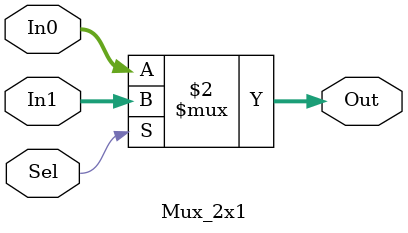
<source format=v>
/* Top Level*/
module Carry_Select_Adder(

	input wire [7:0] A,
	input wire [7:0] B,
	input wire Cin,
	output wire [7:0] Y,
	output wire Cout
);

	wire carry_chain;
	wire c0_chain;
	wire c1_chain;
	wire [3:0] c0_sum_chain;
	wire [3:0] c1_sum_chain;
	
	Full_Adder 		Group1_Sum (A[3:0], B[3:0], Cin, Y[3:0], carry_chain);

	Full_Adder		Group2_C0 (A[7:4], B[7:4], 1'b0, c0_sum_chain[3:0], c0_chain);
	Full_Adder		Group2_C1 (A[7:4], B[7:4], 1'b1, c1_sum_chain[3:0], c1_chain);
	Mux_2x1			Group2_Sum (c0_sum_chain[3:0], c1_sum_chain[3:0], carry_chain, Y[7:4]);
	Carry_Select	Group2_CSel (c0_chain, c1_chain, carry_chain, Cout);
	
endmodule

//Grouped in 4 bits
module Full_Adder (	

	input wire [3:0] A,
	input wire [3:0] B,
	input wire Cin,
	output reg [3:0] Y,
	output reg Cout
);

	wire [3:0] carry_chain;
	
	//always @ (*) begin
		assign carry_chain[0] = Cin;
		assign carry_chain[3:1] = (A[2:0] & B[2:0]) | (A[2:0] & carry_chain[2:0]) | (B[2:0] & carry_chain[2:0]);
	//end
	
	always @ (*) begin
		Y = A ^ B ^ carry_chain;
		Cout = (A[3] & B[3]) | (A[3] & carry_chain[3]) | (B[3] & carry_chain[3]);
	end
	
endmodule

//Basically OR and AND gate
module Carry_Select (

	input wire A, B, C,
	output reg Y
);
	always @ (*) begin
		Y = A | (B & C);
	end

endmodule

//2 to 1 mux, 4bit bus
module Mux_2x1 (

	input wire [3:0] In0,
	input wire [3:0] In1,
	input wire Sel,
	output reg [3:0] Out
);

	always @ (*) begin
		Out = Sel ? In1 : In0;
	end
	
endmodule

</source>
